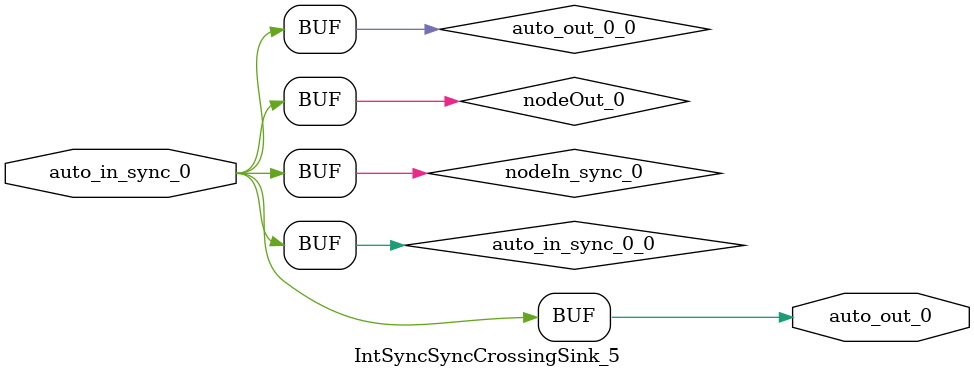
<source format=sv>
`ifndef RANDOMIZE
  `ifdef RANDOMIZE_MEM_INIT
    `define RANDOMIZE
  `endif // RANDOMIZE_MEM_INIT
`endif // not def RANDOMIZE
`ifndef RANDOMIZE
  `ifdef RANDOMIZE_REG_INIT
    `define RANDOMIZE
  `endif // RANDOMIZE_REG_INIT
`endif // not def RANDOMIZE

`ifndef RANDOM
  `define RANDOM $random
`endif // not def RANDOM

// Users can define INIT_RANDOM as general code that gets injected into the
// initializer block for modules with registers.
`ifndef INIT_RANDOM
  `define INIT_RANDOM
`endif // not def INIT_RANDOM

// If using random initialization, you can also define RANDOMIZE_DELAY to
// customize the delay used, otherwise 0.002 is used.
`ifndef RANDOMIZE_DELAY
  `define RANDOMIZE_DELAY 0.002
`endif // not def RANDOMIZE_DELAY

// Define INIT_RANDOM_PROLOG_ for use in our modules below.
`ifndef INIT_RANDOM_PROLOG_
  `ifdef RANDOMIZE
    `ifdef VERILATOR
      `define INIT_RANDOM_PROLOG_ `INIT_RANDOM
    `else  // VERILATOR
      `define INIT_RANDOM_PROLOG_ `INIT_RANDOM #`RANDOMIZE_DELAY begin end
    `endif // VERILATOR
  `else  // RANDOMIZE
    `define INIT_RANDOM_PROLOG_
  `endif // RANDOMIZE
`endif // not def INIT_RANDOM_PROLOG_

// Include register initializers in init blocks unless synthesis is set
`ifndef SYNTHESIS
  `ifndef ENABLE_INITIAL_REG_
    `define ENABLE_INITIAL_REG_
  `endif // not def ENABLE_INITIAL_REG_
`endif // not def SYNTHESIS

// Include rmemory initializers in init blocks unless synthesis is set
`ifndef SYNTHESIS
  `ifndef ENABLE_INITIAL_MEM_
    `define ENABLE_INITIAL_MEM_
  `endif // not def ENABLE_INITIAL_MEM_
`endif // not def SYNTHESIS

// Standard header to adapt well known macros for prints and assertions.

// Users can define 'PRINTF_COND' to add an extra gate to prints.
`ifndef PRINTF_COND_
  `ifdef PRINTF_COND
    `define PRINTF_COND_ (`PRINTF_COND)
  `else  // PRINTF_COND
    `define PRINTF_COND_ 1
  `endif // PRINTF_COND
`endif // not def PRINTF_COND_

// Users can define 'ASSERT_VERBOSE_COND' to add an extra gate to assert error printing.
`ifndef ASSERT_VERBOSE_COND_
  `ifdef ASSERT_VERBOSE_COND
    `define ASSERT_VERBOSE_COND_ (`ASSERT_VERBOSE_COND)
  `else  // ASSERT_VERBOSE_COND
    `define ASSERT_VERBOSE_COND_ 1
  `endif // ASSERT_VERBOSE_COND
`endif // not def ASSERT_VERBOSE_COND_

// Users can define 'STOP_COND' to add an extra gate to stop conditions.
`ifndef STOP_COND_
  `ifdef STOP_COND
    `define STOP_COND_ (`STOP_COND)
  `else  // STOP_COND
    `define STOP_COND_ 1
  `endif // STOP_COND
`endif // not def STOP_COND_

module IntSyncSyncCrossingSink_5(
  input  auto_in_sync_0,	// src/main/scala/diplomacy/LazyModule.scala:374:18
  output auto_out_0	// src/main/scala/diplomacy/LazyModule.scala:374:18
);

  wire auto_in_sync_0_0 = auto_in_sync_0;
  wire nodeIn_sync_0 = auto_in_sync_0_0;	// src/main/scala/diplomacy/Nodes.scala:1214:17
  wire nodeOut_0;	// src/main/scala/diplomacy/Nodes.scala:1205:17
  assign nodeOut_0 = nodeIn_sync_0;	// src/main/scala/diplomacy/Nodes.scala:1205:17, :1214:17
  wire auto_out_0_0 = nodeOut_0;	// src/main/scala/diplomacy/Nodes.scala:1205:17
  assign auto_out_0 = auto_out_0_0;
endmodule


</source>
